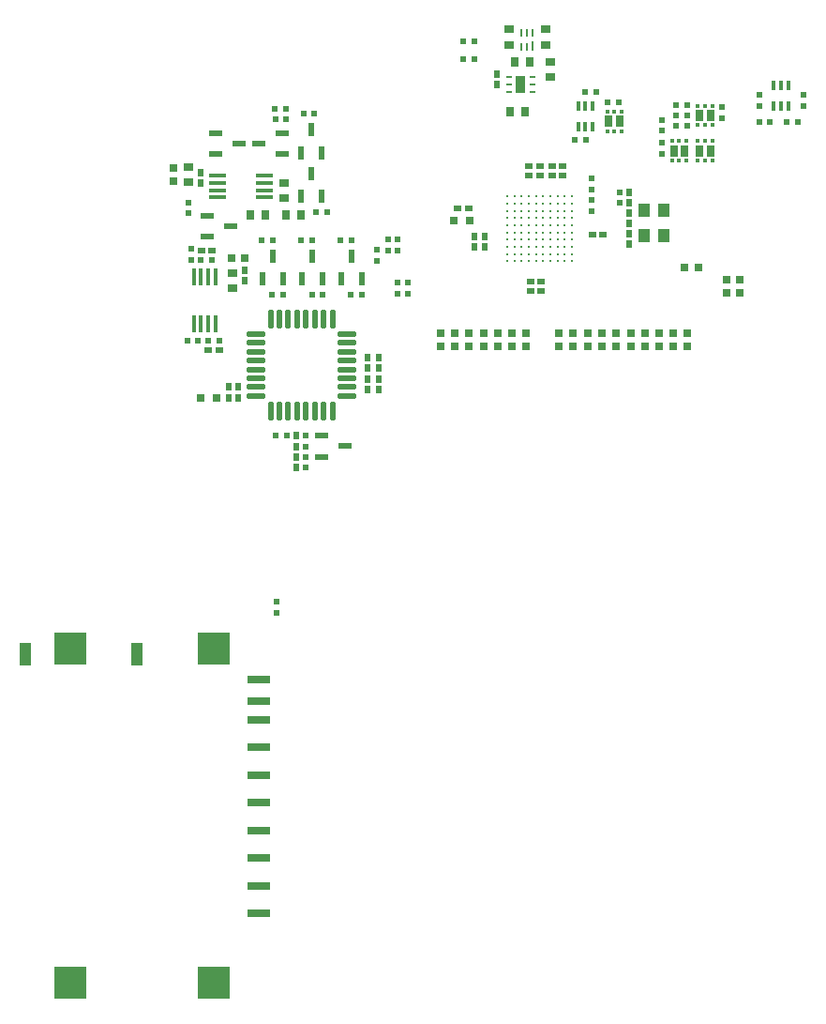
<source format=gbp>
G04 Layer_Color=128*
%FSLAX43Y43*%
%MOMM*%
G71*
G01*
G75*
%ADD13R,0.600X0.550*%
%ADD14R,0.800X0.650*%
%ADD15R,0.800X0.850*%
%ADD16R,0.500X0.650*%
%ADD19R,0.550X0.600*%
%ADD21R,0.700X0.700*%
%ADD23R,0.650X0.500*%
%ADD36R,1.300X0.600*%
%ADD53R,0.850X0.800*%
%ADD57R,0.650X0.800*%
%ADD97R,0.720X1.050*%
%ADD98R,0.350X0.300*%
%ADD100R,3.000X3.000*%
%ADD101R,2.000X0.800*%
%ADD102R,1.100X2.000*%
%ADD105R,1.050X1.300*%
%ADD106C,0.280*%
%ADD109R,0.350X0.850*%
%ADD110R,0.600X1.300*%
%ADD111O,1.750X0.550*%
%ADD112O,0.550X1.750*%
%ADD113R,0.450X1.600*%
%ADD114R,1.600X0.450*%
%ADD212R,0.900X1.500*%
%ADD213R,0.550X0.250*%
%ADD214R,0.250X0.800*%
%ADD215R,0.250X0.900*%
D13*
X-55850Y-30900D02*
D03*
X-56850D02*
D03*
X-47850Y-39425D02*
D03*
X-48850D02*
D03*
X-17875Y-9350D02*
D03*
X-18875D02*
D03*
X-12700Y-10550D02*
D03*
X-11700D02*
D03*
X-4200Y-11100D02*
D03*
X-5200D02*
D03*
X-1700D02*
D03*
X-2700D02*
D03*
X-45350Y-10375D02*
D03*
X-46350D02*
D03*
X-47900Y-10850D02*
D03*
X-48900D02*
D03*
X-45200Y-19300D02*
D03*
X-44200D02*
D03*
X-54950Y-30900D02*
D03*
X-53950D02*
D03*
X-55600Y-23600D02*
D03*
X-54600D02*
D03*
X-48175Y-26675D02*
D03*
X-49175D02*
D03*
X-44600D02*
D03*
X-45600D02*
D03*
X-41050D02*
D03*
X-42050D02*
D03*
X-43000Y-21825D02*
D03*
X-42000D02*
D03*
X-46550D02*
D03*
X-45550D02*
D03*
X-50125D02*
D03*
X-49125D02*
D03*
X-30900Y-3879D02*
D03*
X-31900D02*
D03*
X-30900Y-5475D02*
D03*
X-31900D02*
D03*
X-47912Y-9908D02*
D03*
X-48912D02*
D03*
X-11700Y-9625D02*
D03*
X-12700D02*
D03*
X-11700Y-11500D02*
D03*
X-12700D02*
D03*
X-19900Y-8401D02*
D03*
X-20900D02*
D03*
X-21875Y-12775D02*
D03*
X-20875D02*
D03*
D14*
X-8175Y-26550D02*
D03*
X-6975D02*
D03*
X-8175Y-25400D02*
D03*
X-6975D02*
D03*
X-52825Y-23425D02*
D03*
X-51625D02*
D03*
X-11903Y-24300D02*
D03*
X-10703D02*
D03*
D15*
X-27275Y-5700D02*
D03*
X-25875D02*
D03*
X-26325Y-10175D02*
D03*
X-27725D02*
D03*
X-46550Y-19475D02*
D03*
X-47950D02*
D03*
X-49750D02*
D03*
X-51150D02*
D03*
D16*
X-16900Y-21225D02*
D03*
Y-22175D02*
D03*
Y-17475D02*
D03*
Y-18425D02*
D03*
X-39575Y-32400D02*
D03*
Y-33350D02*
D03*
X-30875Y-22375D02*
D03*
Y-21425D02*
D03*
X-30000Y-22375D02*
D03*
Y-21425D02*
D03*
X-16900Y-20275D02*
D03*
Y-19325D02*
D03*
X-28900Y-7775D02*
D03*
Y-6825D02*
D03*
X-40600Y-35300D02*
D03*
Y-34350D02*
D03*
X-39575Y-35300D02*
D03*
Y-34350D02*
D03*
X-40600Y-32400D02*
D03*
Y-33350D02*
D03*
X-52250Y-35050D02*
D03*
Y-36000D02*
D03*
X-53075Y-35050D02*
D03*
Y-36000D02*
D03*
X-46975Y-42300D02*
D03*
Y-41350D02*
D03*
Y-40400D02*
D03*
Y-39450D02*
D03*
X-51650Y-24500D02*
D03*
Y-25450D02*
D03*
X-55650Y-16650D02*
D03*
Y-15700D02*
D03*
D19*
X-56500Y-22575D02*
D03*
Y-23575D02*
D03*
X-37825Y-25628D02*
D03*
Y-26628D02*
D03*
X-36925Y-25628D02*
D03*
Y-26628D02*
D03*
X-38700Y-21750D02*
D03*
Y-22750D02*
D03*
X-37875Y-22750D02*
D03*
Y-21750D02*
D03*
X-17800Y-17450D02*
D03*
Y-18450D02*
D03*
X-20300Y-18200D02*
D03*
Y-19200D02*
D03*
Y-17200D02*
D03*
Y-16200D02*
D03*
X-1200Y-9700D02*
D03*
Y-8700D02*
D03*
X-5200Y-8700D02*
D03*
Y-9700D02*
D03*
X-14000Y-11925D02*
D03*
Y-10925D02*
D03*
Y-13975D02*
D03*
Y-12975D02*
D03*
X-46125Y-40425D02*
D03*
Y-39425D02*
D03*
Y-42325D02*
D03*
Y-41325D02*
D03*
X-56700Y-19375D02*
D03*
Y-18375D02*
D03*
X-39750Y-22675D02*
D03*
Y-23675D02*
D03*
X-8575Y-10775D02*
D03*
Y-9775D02*
D03*
X-48800Y-54375D02*
D03*
Y-55375D02*
D03*
D21*
X-31375Y-20000D02*
D03*
X-32775D02*
D03*
X-55600Y-36000D02*
D03*
X-54200D02*
D03*
D23*
X-24900Y-26400D02*
D03*
X-25850D02*
D03*
X-24900Y-25500D02*
D03*
X-25850D02*
D03*
X-19325Y-21300D02*
D03*
X-20275D02*
D03*
X-22925Y-16000D02*
D03*
X-23875D02*
D03*
X-22925Y-15100D02*
D03*
X-23875D02*
D03*
X-25975Y-16000D02*
D03*
X-25025D02*
D03*
X-25975Y-15100D02*
D03*
X-25025D02*
D03*
X-32400Y-18900D02*
D03*
X-31450D02*
D03*
X-53975Y-31725D02*
D03*
X-54925D02*
D03*
X-54625Y-22775D02*
D03*
X-55575D02*
D03*
D36*
X-54300Y-14025D02*
D03*
Y-12125D02*
D03*
X-52200Y-13075D02*
D03*
X-48300Y-12125D02*
D03*
Y-14025D02*
D03*
X-50400Y-13075D02*
D03*
X-55050Y-21475D02*
D03*
Y-19575D02*
D03*
X-52950Y-20525D02*
D03*
X-44735Y-41325D02*
D03*
Y-39425D02*
D03*
X-42635Y-40375D02*
D03*
D53*
X-24500Y-2750D02*
D03*
Y-4150D02*
D03*
X-27800Y-2750D02*
D03*
Y-4150D02*
D03*
X-24075Y-7075D02*
D03*
Y-5675D02*
D03*
X-52750Y-26125D02*
D03*
Y-24725D02*
D03*
X-56750Y-15175D02*
D03*
Y-16575D02*
D03*
X-48125Y-16625D02*
D03*
Y-18025D02*
D03*
D57*
X-26280Y-30175D02*
D03*
Y-31375D02*
D03*
X-28830Y-30175D02*
D03*
Y-31375D02*
D03*
X-19400Y-31375D02*
D03*
Y-30175D02*
D03*
X-20700Y-31375D02*
D03*
Y-30175D02*
D03*
X-32655D02*
D03*
Y-31375D02*
D03*
X-11674Y-30150D02*
D03*
Y-31350D02*
D03*
X-58075Y-16450D02*
D03*
Y-15250D02*
D03*
X-14225Y-31350D02*
D03*
Y-30150D02*
D03*
X-27555Y-30175D02*
D03*
Y-31375D02*
D03*
X-30105Y-30175D02*
D03*
Y-31375D02*
D03*
X-31380Y-30175D02*
D03*
Y-31375D02*
D03*
X-23300Y-30175D02*
D03*
Y-31375D02*
D03*
X-22000Y-30175D02*
D03*
Y-31375D02*
D03*
X-33930Y-30175D02*
D03*
Y-31375D02*
D03*
X-12950Y-31350D02*
D03*
Y-30150D02*
D03*
X-18100Y-30175D02*
D03*
Y-31375D02*
D03*
X-16800Y-30175D02*
D03*
Y-31375D02*
D03*
X-15500Y-31350D02*
D03*
Y-30150D02*
D03*
D97*
X-18765Y-11075D02*
D03*
X-17785Y-11075D02*
D03*
X-12915Y-13725D02*
D03*
X-11935Y-13725D02*
D03*
X-10586Y-13725D02*
D03*
X-9606Y-13725D02*
D03*
X-10586Y-10550D02*
D03*
X-9606Y-10550D02*
D03*
D98*
X-17625Y-10200D02*
D03*
X-18275D02*
D03*
X-18925D02*
D03*
Y-11950D02*
D03*
X-18275D02*
D03*
X-17625D02*
D03*
X-13075Y-12850D02*
D03*
X-12425D02*
D03*
X-11775D02*
D03*
Y-14600D02*
D03*
X-12425D02*
D03*
X-13075D02*
D03*
X-10746Y-12850D02*
D03*
X-10096D02*
D03*
X-9446D02*
D03*
Y-14600D02*
D03*
X-10096D02*
D03*
X-10746D02*
D03*
Y-9675D02*
D03*
X-10096D02*
D03*
X-9446D02*
D03*
Y-11425D02*
D03*
X-10096D02*
D03*
X-10746D02*
D03*
D100*
X-67425Y-88800D02*
D03*
X-54425D02*
D03*
Y-58650D02*
D03*
X-67425D02*
D03*
D101*
X-50425Y-80030D02*
D03*
Y-77530D02*
D03*
Y-75030D02*
D03*
Y-72530D02*
D03*
Y-70030D02*
D03*
Y-67530D02*
D03*
Y-65100D02*
D03*
Y-63400D02*
D03*
Y-82530D02*
D03*
Y-61400D02*
D03*
D102*
X-61375Y-59150D02*
D03*
X-71425D02*
D03*
D105*
X-13775Y-21400D02*
D03*
X-15625Y-19100D02*
D03*
Y-21400D02*
D03*
X-13775Y-19100D02*
D03*
D106*
X-27950Y-17850D02*
D03*
X-27300D02*
D03*
X-26650D02*
D03*
X-26000D02*
D03*
X-25350D02*
D03*
X-24700D02*
D03*
X-24050D02*
D03*
X-23400D02*
D03*
X-22750D02*
D03*
X-22100D02*
D03*
X-27950Y-18500D02*
D03*
X-27300D02*
D03*
X-26650D02*
D03*
X-26000D02*
D03*
X-25350D02*
D03*
X-24700D02*
D03*
X-24050D02*
D03*
X-23400D02*
D03*
X-22750D02*
D03*
X-22100D02*
D03*
X-27950Y-19150D02*
D03*
X-27300D02*
D03*
X-26650D02*
D03*
X-26000D02*
D03*
X-25350D02*
D03*
X-24700D02*
D03*
X-24050D02*
D03*
X-23400D02*
D03*
X-22750D02*
D03*
X-27950Y-19800D02*
D03*
X-27300D02*
D03*
X-26650D02*
D03*
X-26000D02*
D03*
X-25350D02*
D03*
X-24700D02*
D03*
X-24050D02*
D03*
X-23400D02*
D03*
X-22750D02*
D03*
X-27950Y-20450D02*
D03*
X-27300D02*
D03*
X-26650D02*
D03*
X-26000D02*
D03*
X-25350D02*
D03*
X-24700D02*
D03*
X-24050D02*
D03*
X-23400D02*
D03*
X-22750D02*
D03*
X-27950Y-21750D02*
D03*
X-27300D02*
D03*
X-26650D02*
D03*
X-26000D02*
D03*
X-25350D02*
D03*
X-24700D02*
D03*
X-24050D02*
D03*
X-23400D02*
D03*
X-22750D02*
D03*
X-27950Y-22400D02*
D03*
X-27300D02*
D03*
X-26650D02*
D03*
X-26000D02*
D03*
X-25350D02*
D03*
X-24700D02*
D03*
X-24050D02*
D03*
X-23400D02*
D03*
X-22750D02*
D03*
X-27950Y-23050D02*
D03*
X-27300D02*
D03*
X-26650D02*
D03*
X-26000D02*
D03*
X-25350D02*
D03*
X-24700D02*
D03*
X-24050D02*
D03*
X-23400D02*
D03*
X-22750D02*
D03*
X-27950Y-23700D02*
D03*
X-27300D02*
D03*
X-26650D02*
D03*
X-26000D02*
D03*
X-25350D02*
D03*
X-24700D02*
D03*
X-24050D02*
D03*
X-23400D02*
D03*
X-22750D02*
D03*
X-27950Y-21100D02*
D03*
X-27300D02*
D03*
X-26650D02*
D03*
X-26000D02*
D03*
X-25350D02*
D03*
X-24700D02*
D03*
X-24050D02*
D03*
X-23400D02*
D03*
X-22750D02*
D03*
X-22100D02*
D03*
Y-19150D02*
D03*
Y-19800D02*
D03*
Y-20450D02*
D03*
Y-21750D02*
D03*
Y-22400D02*
D03*
Y-23050D02*
D03*
Y-23700D02*
D03*
D109*
X-3875Y-7875D02*
D03*
X-3225D02*
D03*
X-2575D02*
D03*
Y-9725D02*
D03*
X-3225D02*
D03*
X-3875D02*
D03*
X-21544Y-9679D02*
D03*
X-20894D02*
D03*
X-20244D02*
D03*
Y-11529D02*
D03*
X-20894D02*
D03*
X-21544D02*
D03*
D110*
X-44675Y-13950D02*
D03*
X-46575D02*
D03*
X-45625Y-11850D02*
D03*
X-44675Y-17850D02*
D03*
X-46575D02*
D03*
X-45625Y-15750D02*
D03*
X-41050Y-25300D02*
D03*
X-42950D02*
D03*
X-42000Y-23200D02*
D03*
X-44600Y-25300D02*
D03*
X-46500D02*
D03*
X-45550Y-23200D02*
D03*
X-48150Y-25300D02*
D03*
X-50050D02*
D03*
X-49100Y-23200D02*
D03*
D111*
X-42399Y-35851D02*
D03*
Y-35051D02*
D03*
Y-34251D02*
D03*
Y-33451D02*
D03*
Y-32651D02*
D03*
Y-31851D02*
D03*
Y-31051D02*
D03*
Y-30251D02*
D03*
X-50649D02*
D03*
Y-31051D02*
D03*
Y-31851D02*
D03*
Y-32651D02*
D03*
Y-33451D02*
D03*
Y-34251D02*
D03*
Y-35051D02*
D03*
Y-35851D02*
D03*
D112*
X-43724Y-28926D02*
D03*
X-44524D02*
D03*
X-45324D02*
D03*
X-46124D02*
D03*
X-46924D02*
D03*
X-47724D02*
D03*
X-48524D02*
D03*
X-49324D02*
D03*
Y-37176D02*
D03*
X-48524D02*
D03*
X-47724D02*
D03*
X-46924D02*
D03*
X-46124D02*
D03*
X-45324D02*
D03*
X-44524D02*
D03*
X-43724D02*
D03*
D113*
X-54300Y-29375D02*
D03*
X-54950D02*
D03*
X-55600D02*
D03*
X-56250D02*
D03*
X-54300Y-25125D02*
D03*
X-54950D02*
D03*
X-55600D02*
D03*
X-56250D02*
D03*
D114*
X-49900Y-15975D02*
D03*
Y-16625D02*
D03*
Y-17275D02*
D03*
Y-17925D02*
D03*
X-54150Y-15975D02*
D03*
Y-16625D02*
D03*
Y-17275D02*
D03*
Y-17925D02*
D03*
D212*
X-26725Y-7750D02*
D03*
D213*
X-25675Y-8400D02*
D03*
Y-7750D02*
D03*
Y-7100D02*
D03*
X-27775D02*
D03*
Y-7750D02*
D03*
Y-8400D02*
D03*
D214*
X-26150Y-3100D02*
D03*
Y-4350D02*
D03*
X-25650Y-3100D02*
D03*
X-26650D02*
D03*
Y-4350D02*
D03*
D215*
X-25650Y-4300D02*
D03*
M02*

</source>
